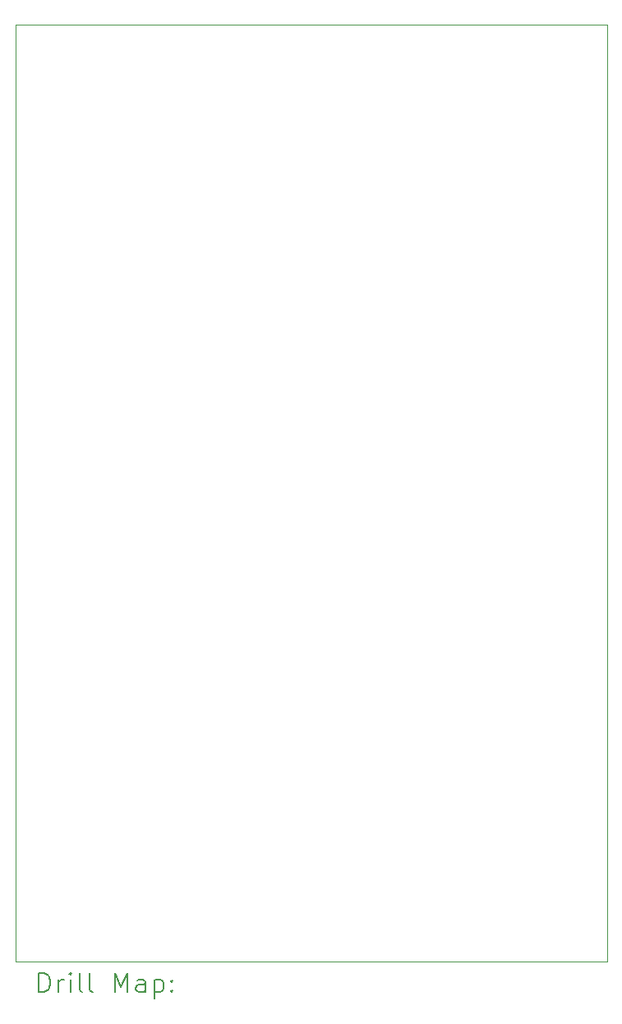
<source format=gbr>
%TF.GenerationSoftware,KiCad,Pcbnew,7.0.2*%
%TF.CreationDate,2023-04-24T16:58:58-04:00*%
%TF.ProjectId,JTAG_Terminal_Block,4a544147-5f54-4657-926d-696e616c5f42,rev?*%
%TF.SameCoordinates,Original*%
%TF.FileFunction,Drillmap*%
%TF.FilePolarity,Positive*%
%FSLAX45Y45*%
G04 Gerber Fmt 4.5, Leading zero omitted, Abs format (unit mm)*
G04 Created by KiCad (PCBNEW 7.0.2) date 2023-04-24 16:58:58*
%MOMM*%
%LPD*%
G01*
G04 APERTURE LIST*
%ADD10C,0.100000*%
%ADD11C,0.200000*%
G04 APERTURE END LIST*
D10*
X17780000Y-12700000D02*
X17780000Y-3048000D01*
X11684000Y-12700000D02*
X17780000Y-12700000D01*
X11684000Y-3048000D02*
X11684000Y-12700000D01*
X17780000Y-3048000D02*
X11684000Y-3048000D01*
D11*
X11926619Y-13017524D02*
X11926619Y-12817524D01*
X11926619Y-12817524D02*
X11974238Y-12817524D01*
X11974238Y-12817524D02*
X12002809Y-12827048D01*
X12002809Y-12827048D02*
X12021857Y-12846095D01*
X12021857Y-12846095D02*
X12031381Y-12865143D01*
X12031381Y-12865143D02*
X12040905Y-12903238D01*
X12040905Y-12903238D02*
X12040905Y-12931809D01*
X12040905Y-12931809D02*
X12031381Y-12969905D01*
X12031381Y-12969905D02*
X12021857Y-12988952D01*
X12021857Y-12988952D02*
X12002809Y-13008000D01*
X12002809Y-13008000D02*
X11974238Y-13017524D01*
X11974238Y-13017524D02*
X11926619Y-13017524D01*
X12126619Y-13017524D02*
X12126619Y-12884190D01*
X12126619Y-12922286D02*
X12136143Y-12903238D01*
X12136143Y-12903238D02*
X12145667Y-12893714D01*
X12145667Y-12893714D02*
X12164714Y-12884190D01*
X12164714Y-12884190D02*
X12183762Y-12884190D01*
X12250428Y-13017524D02*
X12250428Y-12884190D01*
X12250428Y-12817524D02*
X12240905Y-12827048D01*
X12240905Y-12827048D02*
X12250428Y-12836571D01*
X12250428Y-12836571D02*
X12259952Y-12827048D01*
X12259952Y-12827048D02*
X12250428Y-12817524D01*
X12250428Y-12817524D02*
X12250428Y-12836571D01*
X12374238Y-13017524D02*
X12355190Y-13008000D01*
X12355190Y-13008000D02*
X12345667Y-12988952D01*
X12345667Y-12988952D02*
X12345667Y-12817524D01*
X12479000Y-13017524D02*
X12459952Y-13008000D01*
X12459952Y-13008000D02*
X12450428Y-12988952D01*
X12450428Y-12988952D02*
X12450428Y-12817524D01*
X12707571Y-13017524D02*
X12707571Y-12817524D01*
X12707571Y-12817524D02*
X12774238Y-12960381D01*
X12774238Y-12960381D02*
X12840905Y-12817524D01*
X12840905Y-12817524D02*
X12840905Y-13017524D01*
X13021857Y-13017524D02*
X13021857Y-12912762D01*
X13021857Y-12912762D02*
X13012333Y-12893714D01*
X13012333Y-12893714D02*
X12993286Y-12884190D01*
X12993286Y-12884190D02*
X12955190Y-12884190D01*
X12955190Y-12884190D02*
X12936143Y-12893714D01*
X13021857Y-13008000D02*
X13002809Y-13017524D01*
X13002809Y-13017524D02*
X12955190Y-13017524D01*
X12955190Y-13017524D02*
X12936143Y-13008000D01*
X12936143Y-13008000D02*
X12926619Y-12988952D01*
X12926619Y-12988952D02*
X12926619Y-12969905D01*
X12926619Y-12969905D02*
X12936143Y-12950857D01*
X12936143Y-12950857D02*
X12955190Y-12941333D01*
X12955190Y-12941333D02*
X13002809Y-12941333D01*
X13002809Y-12941333D02*
X13021857Y-12931809D01*
X13117095Y-12884190D02*
X13117095Y-13084190D01*
X13117095Y-12893714D02*
X13136143Y-12884190D01*
X13136143Y-12884190D02*
X13174238Y-12884190D01*
X13174238Y-12884190D02*
X13193286Y-12893714D01*
X13193286Y-12893714D02*
X13202809Y-12903238D01*
X13202809Y-12903238D02*
X13212333Y-12922286D01*
X13212333Y-12922286D02*
X13212333Y-12979428D01*
X13212333Y-12979428D02*
X13202809Y-12998476D01*
X13202809Y-12998476D02*
X13193286Y-13008000D01*
X13193286Y-13008000D02*
X13174238Y-13017524D01*
X13174238Y-13017524D02*
X13136143Y-13017524D01*
X13136143Y-13017524D02*
X13117095Y-13008000D01*
X13298048Y-12998476D02*
X13307571Y-13008000D01*
X13307571Y-13008000D02*
X13298048Y-13017524D01*
X13298048Y-13017524D02*
X13288524Y-13008000D01*
X13288524Y-13008000D02*
X13298048Y-12998476D01*
X13298048Y-12998476D02*
X13298048Y-13017524D01*
X13298048Y-12893714D02*
X13307571Y-12903238D01*
X13307571Y-12903238D02*
X13298048Y-12912762D01*
X13298048Y-12912762D02*
X13288524Y-12903238D01*
X13288524Y-12903238D02*
X13298048Y-12893714D01*
X13298048Y-12893714D02*
X13298048Y-12912762D01*
M02*

</source>
